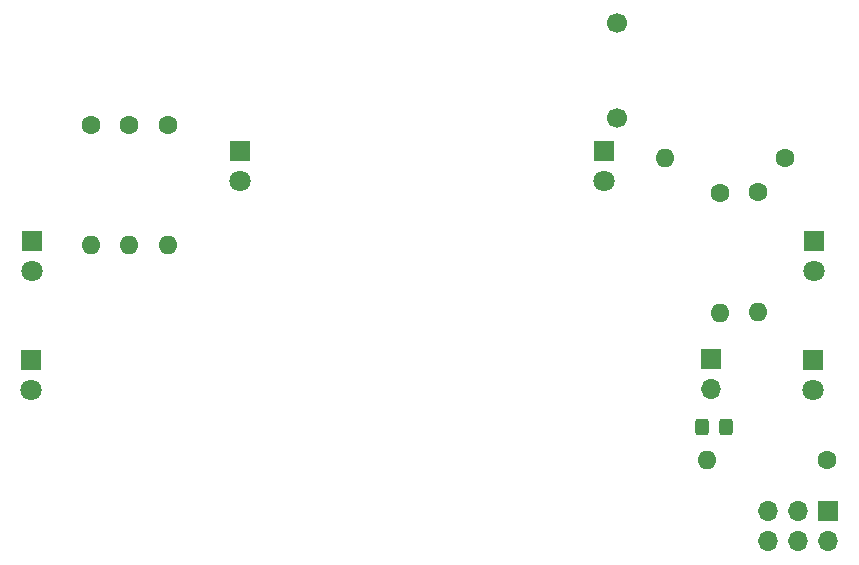
<source format=gbr>
%TF.GenerationSoftware,KiCad,Pcbnew,9.0.0*%
%TF.CreationDate,2025-06-18T11:31:42+09:00*%
%TF.ProjectId,headlight_upper_side,68656164-6c69-4676-9874-5f7570706572,00*%
%TF.SameCoordinates,Original*%
%TF.FileFunction,Soldermask,Top*%
%TF.FilePolarity,Negative*%
%FSLAX46Y46*%
G04 Gerber Fmt 4.6, Leading zero omitted, Abs format (unit mm)*
G04 Created by KiCad (PCBNEW 9.0.0) date 2025-06-18 11:31:42*
%MOMM*%
%LPD*%
G01*
G04 APERTURE LIST*
G04 Aperture macros list*
%AMRoundRect*
0 Rectangle with rounded corners*
0 $1 Rounding radius*
0 $2 $3 $4 $5 $6 $7 $8 $9 X,Y pos of 4 corners*
0 Add a 4 corners polygon primitive as box body*
4,1,4,$2,$3,$4,$5,$6,$7,$8,$9,$2,$3,0*
0 Add four circle primitives for the rounded corners*
1,1,$1+$1,$2,$3*
1,1,$1+$1,$4,$5*
1,1,$1+$1,$6,$7*
1,1,$1+$1,$8,$9*
0 Add four rect primitives between the rounded corners*
20,1,$1+$1,$2,$3,$4,$5,0*
20,1,$1+$1,$4,$5,$6,$7,0*
20,1,$1+$1,$6,$7,$8,$9,0*
20,1,$1+$1,$8,$9,$2,$3,0*%
G04 Aperture macros list end*
%ADD10R,1.800000X1.800000*%
%ADD11C,1.800000*%
%ADD12RoundRect,0.250000X0.325000X0.450000X-0.325000X0.450000X-0.325000X-0.450000X0.325000X-0.450000X0*%
%ADD13C,1.700000*%
%ADD14C,1.600000*%
%ADD15O,1.600000X1.600000*%
%ADD16R,1.700000X1.700000*%
%ADD17O,1.700000X1.700000*%
G04 APERTURE END LIST*
D10*
%TO.C,IR4*%
X94830233Y-59299432D03*
D11*
X94830233Y-61839432D03*
%TD*%
D10*
%TO.C,LB1*%
X28749999Y-49224999D03*
D11*
X28749999Y-51764999D03*
%TD*%
D10*
%TO.C,IR1*%
X28669765Y-59299432D03*
D11*
X28669765Y-61839432D03*
%TD*%
D10*
%TO.C,LB2*%
X94949999Y-49224999D03*
D11*
X94949999Y-51764999D03*
%TD*%
D12*
%TO.C,PWR1*%
X87524999Y-64999999D03*
X85474999Y-64999999D03*
%TD*%
D10*
%TO.C,IR3*%
X77175566Y-41644765D03*
D11*
X77175566Y-44184765D03*
%TD*%
D13*
%TO.C,HB1*%
X78249999Y-30807758D03*
X78249999Y-38807758D03*
%TD*%
D10*
%TO.C,IR2*%
X46324432Y-41644765D03*
D11*
X46324432Y-44184765D03*
%TD*%
D14*
%TO.C,R6*%
X90249999Y-45119999D03*
D15*
X90249999Y-55279999D03*
%TD*%
D14*
%TO.C,R9*%
X96079999Y-67749999D03*
D15*
X85919999Y-67749999D03*
%TD*%
D14*
%TO.C,R1*%
X33749999Y-39419999D03*
D15*
X33749999Y-49579999D03*
%TD*%
D16*
%TO.C,J2*%
X96160000Y-72137142D03*
D17*
X96160000Y-74677142D03*
X93620000Y-72137142D03*
X93620000Y-74677142D03*
X91080000Y-72137142D03*
X91080000Y-74677142D03*
%TD*%
D14*
%TO.C,R4*%
X40249999Y-39419999D03*
D15*
X40249999Y-49579999D03*
%TD*%
D16*
%TO.C,M1*%
X86249999Y-59224999D03*
D17*
X86249999Y-61764999D03*
%TD*%
D14*
%TO.C,R5*%
X92499999Y-42249999D03*
D15*
X82339999Y-42249999D03*
%TD*%
D14*
%TO.C,R2*%
X86999999Y-45169999D03*
D15*
X86999999Y-55329999D03*
%TD*%
D14*
%TO.C,R3*%
X36999999Y-39419999D03*
D15*
X36999999Y-49579999D03*
%TD*%
M02*

</source>
